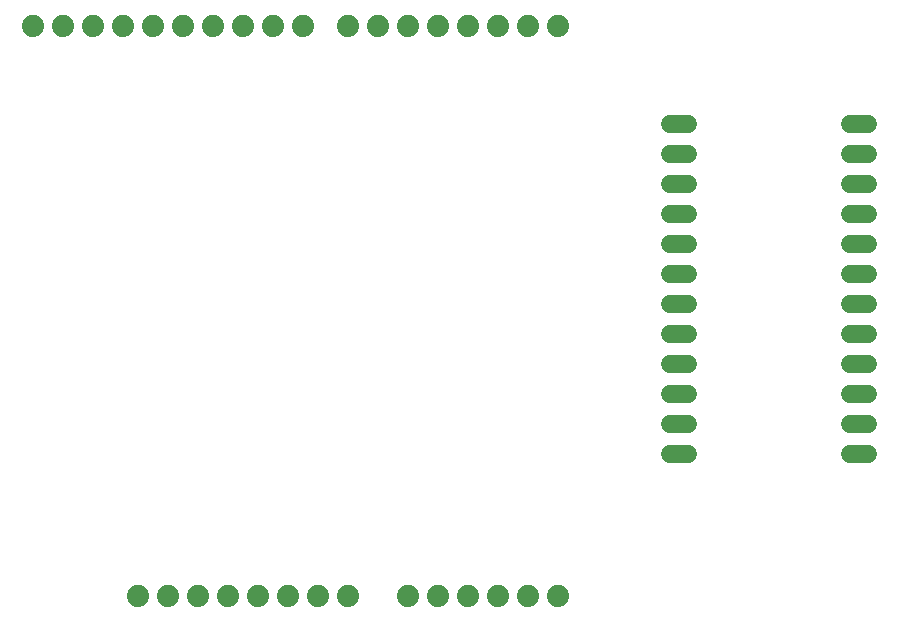
<source format=gbr>
G04 EAGLE Gerber RS-274X export*
G75*
%MOMM*%
%FSLAX34Y34*%
%LPD*%
%INTop Copper*%
%IPPOS*%
%AMOC8*
5,1,8,0,0,1.08239X$1,22.5*%
G01*
G04 Define Apertures*
%ADD10C,1.524000*%
%ADD11C,1.879600*%
D10*
X844780Y539700D02*
X860020Y539700D01*
X860020Y514300D02*
X844780Y514300D01*
X844780Y488900D02*
X860020Y488900D01*
X860020Y463500D02*
X844780Y463500D01*
X844780Y438100D02*
X860020Y438100D01*
X860020Y412700D02*
X844780Y412700D01*
X844780Y387300D02*
X860020Y387300D01*
X860020Y361900D02*
X844780Y361900D01*
X844780Y336500D02*
X860020Y336500D01*
X860020Y311100D02*
X844780Y311100D01*
X844780Y285700D02*
X860020Y285700D01*
X860020Y260300D02*
X844780Y260300D01*
X707620Y260300D02*
X692380Y260300D01*
X692380Y285700D02*
X707620Y285700D01*
X707620Y311100D02*
X692380Y311100D01*
X692380Y336500D02*
X707620Y336500D01*
X707620Y361900D02*
X692380Y361900D01*
X692380Y387300D02*
X707620Y387300D01*
X707620Y412700D02*
X692380Y412700D01*
X692380Y438100D02*
X707620Y438100D01*
X707620Y463500D02*
X692380Y463500D01*
X692380Y488900D02*
X707620Y488900D01*
X707620Y514300D02*
X692380Y514300D01*
X692380Y539700D02*
X707620Y539700D01*
D11*
X292100Y139700D03*
X317500Y139700D03*
X342900Y139700D03*
X368300Y139700D03*
X393700Y139700D03*
X419100Y139700D03*
X469900Y139700D03*
X495300Y139700D03*
X520700Y139700D03*
X546100Y139700D03*
X571500Y139700D03*
X596900Y139700D03*
X596900Y622300D03*
X571500Y622300D03*
X546100Y622300D03*
X520700Y622300D03*
X495300Y622300D03*
X469900Y622300D03*
X444500Y622300D03*
X419100Y622300D03*
X381000Y622300D03*
X355600Y622300D03*
X330200Y622300D03*
X304800Y622300D03*
X279400Y622300D03*
X254000Y622300D03*
X228600Y622300D03*
X203200Y622300D03*
X177800Y622300D03*
X152400Y622300D03*
X266700Y139700D03*
X241300Y139700D03*
M02*

</source>
